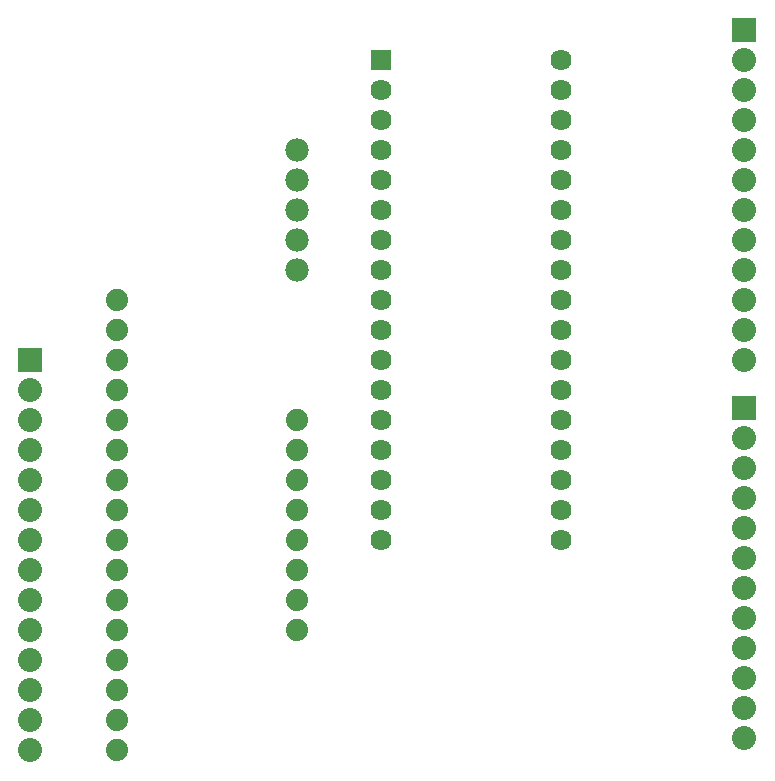
<source format=gtl>
G04 MADE WITH FRITZING*
G04 WWW.FRITZING.ORG*
G04 DOUBLE SIDED*
G04 HOLES PLATED*
G04 CONTOUR ON CENTER OF CONTOUR VECTOR*
%ASAXBY*%
%FSLAX23Y23*%
%MOIN*%
%OFA0B0*%
%SFA1.0B1.0*%
%ADD10C,0.070555*%
%ADD11C,0.070583*%
%ADD12C,0.074000*%
%ADD13C,0.080000*%
%ADD14C,0.078000*%
%ADD15R,0.070570X0.070542*%
%ADD16R,0.080000X0.080000*%
%LNCOPPER1*%
G90*
G70*
G54D10*
X1444Y2465D03*
X1444Y2365D03*
X1444Y2265D03*
X1444Y2165D03*
X1444Y2065D03*
X1444Y1965D03*
X1444Y1865D03*
X1444Y1765D03*
X1444Y1665D03*
G54D11*
X1444Y1565D03*
X1444Y1465D03*
X1444Y1365D03*
G54D10*
X1444Y1265D03*
X1444Y1165D03*
G54D11*
X1444Y1065D03*
X1444Y965D03*
X1444Y865D03*
G54D10*
X2044Y2465D03*
X2044Y2365D03*
X2044Y2265D03*
X2044Y2165D03*
X2044Y2065D03*
X2044Y1965D03*
X2044Y1665D03*
G54D11*
X2044Y1565D03*
G54D10*
X2044Y1765D03*
X2044Y1865D03*
G54D11*
X2044Y1465D03*
X2044Y1365D03*
G54D10*
X2044Y1265D03*
X2044Y1165D03*
G54D11*
X2044Y1065D03*
X2044Y965D03*
X2044Y865D03*
G54D12*
X564Y165D03*
X564Y265D03*
X564Y365D03*
X564Y465D03*
X564Y565D03*
X564Y665D03*
X564Y765D03*
X564Y865D03*
X564Y965D03*
X564Y1065D03*
X564Y1165D03*
X564Y1265D03*
X564Y1365D03*
X564Y1465D03*
X564Y1565D03*
X564Y1665D03*
X1164Y565D03*
X1164Y665D03*
X1164Y765D03*
X1164Y865D03*
X1164Y965D03*
X1164Y1065D03*
X1164Y1165D03*
X1164Y1265D03*
G54D13*
X2654Y2565D03*
X2654Y2465D03*
X2654Y2365D03*
X2654Y2265D03*
X2654Y2165D03*
X2654Y2065D03*
X2654Y1965D03*
X2654Y1865D03*
X2654Y1765D03*
X2654Y1665D03*
X2654Y1565D03*
X2654Y1465D03*
X2654Y1305D03*
X2654Y1205D03*
X2654Y1105D03*
X2654Y1005D03*
X2654Y905D03*
X2654Y805D03*
X2654Y705D03*
X2654Y605D03*
X2654Y505D03*
X2654Y405D03*
X2654Y305D03*
X2654Y205D03*
X274Y1465D03*
X274Y1365D03*
X274Y1265D03*
X274Y1165D03*
X274Y1065D03*
X274Y965D03*
X274Y865D03*
X274Y765D03*
X274Y665D03*
X274Y565D03*
X274Y465D03*
X274Y365D03*
X274Y265D03*
X274Y165D03*
G54D14*
X1164Y2165D03*
X1164Y2065D03*
X1164Y1965D03*
X1164Y1865D03*
X1164Y1765D03*
G54D15*
X1444Y2465D03*
G54D16*
X2654Y2565D03*
X2654Y1305D03*
X274Y1465D03*
G04 End of Copper1*
M02*
</source>
